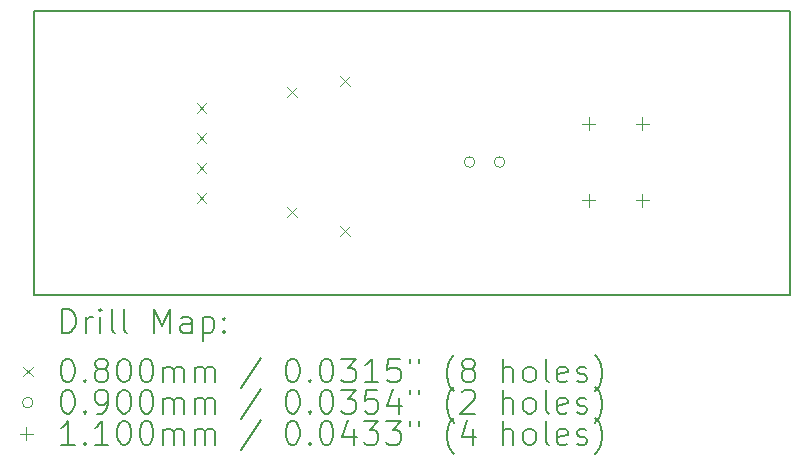
<source format=gbr>
%TF.GenerationSoftware,KiCad,Pcbnew,7.0.2*%
%TF.CreationDate,2023-06-29T18:38:01+09:00*%
%TF.ProjectId,laserpointer,6c617365-7270-46f6-996e-7465722e6b69,rev?*%
%TF.SameCoordinates,Original*%
%TF.FileFunction,Drillmap*%
%TF.FilePolarity,Positive*%
%FSLAX45Y45*%
G04 Gerber Fmt 4.5, Leading zero omitted, Abs format (unit mm)*
G04 Created by KiCad (PCBNEW 7.0.2) date 2023-06-29 18:38:01*
%MOMM*%
%LPD*%
G01*
G04 APERTURE LIST*
%ADD10C,0.150000*%
%ADD11C,0.200000*%
%ADD12C,0.080000*%
%ADD13C,0.090000*%
%ADD14C,0.110000*%
G04 APERTURE END LIST*
D10*
X9885000Y-6310000D02*
X16285000Y-6310000D01*
X16285000Y-8710000D01*
X9885000Y-8710000D01*
X9885000Y-6310000D01*
D11*
D12*
X11266000Y-7087000D02*
X11346000Y-7167000D01*
X11346000Y-7087000D02*
X11266000Y-7167000D01*
X11266000Y-7341000D02*
X11346000Y-7421000D01*
X11346000Y-7341000D02*
X11266000Y-7421000D01*
X11266000Y-7595000D02*
X11346000Y-7675000D01*
X11346000Y-7595000D02*
X11266000Y-7675000D01*
X11266000Y-7849000D02*
X11346000Y-7929000D01*
X11346000Y-7849000D02*
X11266000Y-7929000D01*
X12032000Y-6951000D02*
X12112000Y-7031000D01*
X12112000Y-6951000D02*
X12032000Y-7031000D01*
X12032000Y-7967000D02*
X12112000Y-8047000D01*
X12112000Y-7967000D02*
X12032000Y-8047000D01*
X12478000Y-6860000D02*
X12558000Y-6940000D01*
X12558000Y-6860000D02*
X12478000Y-6940000D01*
X12478000Y-8130000D02*
X12558000Y-8210000D01*
X12558000Y-8130000D02*
X12478000Y-8210000D01*
D13*
X13620000Y-7585000D02*
G75*
G03*
X13620000Y-7585000I-45000J0D01*
G01*
X13874000Y-7585000D02*
G75*
G03*
X13874000Y-7585000I-45000J0D01*
G01*
D14*
X14585000Y-7205000D02*
X14585000Y-7315000D01*
X14530000Y-7260000D02*
X14640000Y-7260000D01*
X14585000Y-7855000D02*
X14585000Y-7965000D01*
X14530000Y-7910000D02*
X14640000Y-7910000D01*
X15035000Y-7205000D02*
X15035000Y-7315000D01*
X14980000Y-7260000D02*
X15090000Y-7260000D01*
X15035000Y-7855000D02*
X15035000Y-7965000D01*
X14980000Y-7910000D02*
X15090000Y-7910000D01*
D11*
X10125119Y-9030024D02*
X10125119Y-8830024D01*
X10125119Y-8830024D02*
X10172738Y-8830024D01*
X10172738Y-8830024D02*
X10201310Y-8839548D01*
X10201310Y-8839548D02*
X10220357Y-8858595D01*
X10220357Y-8858595D02*
X10229881Y-8877643D01*
X10229881Y-8877643D02*
X10239405Y-8915738D01*
X10239405Y-8915738D02*
X10239405Y-8944310D01*
X10239405Y-8944310D02*
X10229881Y-8982405D01*
X10229881Y-8982405D02*
X10220357Y-9001452D01*
X10220357Y-9001452D02*
X10201310Y-9020500D01*
X10201310Y-9020500D02*
X10172738Y-9030024D01*
X10172738Y-9030024D02*
X10125119Y-9030024D01*
X10325119Y-9030024D02*
X10325119Y-8896690D01*
X10325119Y-8934786D02*
X10334643Y-8915738D01*
X10334643Y-8915738D02*
X10344167Y-8906214D01*
X10344167Y-8906214D02*
X10363214Y-8896690D01*
X10363214Y-8896690D02*
X10382262Y-8896690D01*
X10448929Y-9030024D02*
X10448929Y-8896690D01*
X10448929Y-8830024D02*
X10439405Y-8839548D01*
X10439405Y-8839548D02*
X10448929Y-8849071D01*
X10448929Y-8849071D02*
X10458452Y-8839548D01*
X10458452Y-8839548D02*
X10448929Y-8830024D01*
X10448929Y-8830024D02*
X10448929Y-8849071D01*
X10572738Y-9030024D02*
X10553690Y-9020500D01*
X10553690Y-9020500D02*
X10544167Y-9001452D01*
X10544167Y-9001452D02*
X10544167Y-8830024D01*
X10677500Y-9030024D02*
X10658452Y-9020500D01*
X10658452Y-9020500D02*
X10648929Y-9001452D01*
X10648929Y-9001452D02*
X10648929Y-8830024D01*
X10906071Y-9030024D02*
X10906071Y-8830024D01*
X10906071Y-8830024D02*
X10972738Y-8972881D01*
X10972738Y-8972881D02*
X11039405Y-8830024D01*
X11039405Y-8830024D02*
X11039405Y-9030024D01*
X11220357Y-9030024D02*
X11220357Y-8925262D01*
X11220357Y-8925262D02*
X11210833Y-8906214D01*
X11210833Y-8906214D02*
X11191786Y-8896690D01*
X11191786Y-8896690D02*
X11153690Y-8896690D01*
X11153690Y-8896690D02*
X11134643Y-8906214D01*
X11220357Y-9020500D02*
X11201309Y-9030024D01*
X11201309Y-9030024D02*
X11153690Y-9030024D01*
X11153690Y-9030024D02*
X11134643Y-9020500D01*
X11134643Y-9020500D02*
X11125119Y-9001452D01*
X11125119Y-9001452D02*
X11125119Y-8982405D01*
X11125119Y-8982405D02*
X11134643Y-8963357D01*
X11134643Y-8963357D02*
X11153690Y-8953833D01*
X11153690Y-8953833D02*
X11201309Y-8953833D01*
X11201309Y-8953833D02*
X11220357Y-8944310D01*
X11315595Y-8896690D02*
X11315595Y-9096690D01*
X11315595Y-8906214D02*
X11334643Y-8896690D01*
X11334643Y-8896690D02*
X11372738Y-8896690D01*
X11372738Y-8896690D02*
X11391786Y-8906214D01*
X11391786Y-8906214D02*
X11401309Y-8915738D01*
X11401309Y-8915738D02*
X11410833Y-8934786D01*
X11410833Y-8934786D02*
X11410833Y-8991929D01*
X11410833Y-8991929D02*
X11401309Y-9010976D01*
X11401309Y-9010976D02*
X11391786Y-9020500D01*
X11391786Y-9020500D02*
X11372738Y-9030024D01*
X11372738Y-9030024D02*
X11334643Y-9030024D01*
X11334643Y-9030024D02*
X11315595Y-9020500D01*
X11496548Y-9010976D02*
X11506071Y-9020500D01*
X11506071Y-9020500D02*
X11496548Y-9030024D01*
X11496548Y-9030024D02*
X11487024Y-9020500D01*
X11487024Y-9020500D02*
X11496548Y-9010976D01*
X11496548Y-9010976D02*
X11496548Y-9030024D01*
X11496548Y-8906214D02*
X11506071Y-8915738D01*
X11506071Y-8915738D02*
X11496548Y-8925262D01*
X11496548Y-8925262D02*
X11487024Y-8915738D01*
X11487024Y-8915738D02*
X11496548Y-8906214D01*
X11496548Y-8906214D02*
X11496548Y-8925262D01*
D12*
X9797500Y-9317500D02*
X9877500Y-9397500D01*
X9877500Y-9317500D02*
X9797500Y-9397500D01*
D11*
X10163214Y-9250024D02*
X10182262Y-9250024D01*
X10182262Y-9250024D02*
X10201310Y-9259548D01*
X10201310Y-9259548D02*
X10210833Y-9269071D01*
X10210833Y-9269071D02*
X10220357Y-9288119D01*
X10220357Y-9288119D02*
X10229881Y-9326214D01*
X10229881Y-9326214D02*
X10229881Y-9373833D01*
X10229881Y-9373833D02*
X10220357Y-9411929D01*
X10220357Y-9411929D02*
X10210833Y-9430976D01*
X10210833Y-9430976D02*
X10201310Y-9440500D01*
X10201310Y-9440500D02*
X10182262Y-9450024D01*
X10182262Y-9450024D02*
X10163214Y-9450024D01*
X10163214Y-9450024D02*
X10144167Y-9440500D01*
X10144167Y-9440500D02*
X10134643Y-9430976D01*
X10134643Y-9430976D02*
X10125119Y-9411929D01*
X10125119Y-9411929D02*
X10115595Y-9373833D01*
X10115595Y-9373833D02*
X10115595Y-9326214D01*
X10115595Y-9326214D02*
X10125119Y-9288119D01*
X10125119Y-9288119D02*
X10134643Y-9269071D01*
X10134643Y-9269071D02*
X10144167Y-9259548D01*
X10144167Y-9259548D02*
X10163214Y-9250024D01*
X10315595Y-9430976D02*
X10325119Y-9440500D01*
X10325119Y-9440500D02*
X10315595Y-9450024D01*
X10315595Y-9450024D02*
X10306071Y-9440500D01*
X10306071Y-9440500D02*
X10315595Y-9430976D01*
X10315595Y-9430976D02*
X10315595Y-9450024D01*
X10439405Y-9335738D02*
X10420357Y-9326214D01*
X10420357Y-9326214D02*
X10410833Y-9316690D01*
X10410833Y-9316690D02*
X10401310Y-9297643D01*
X10401310Y-9297643D02*
X10401310Y-9288119D01*
X10401310Y-9288119D02*
X10410833Y-9269071D01*
X10410833Y-9269071D02*
X10420357Y-9259548D01*
X10420357Y-9259548D02*
X10439405Y-9250024D01*
X10439405Y-9250024D02*
X10477500Y-9250024D01*
X10477500Y-9250024D02*
X10496548Y-9259548D01*
X10496548Y-9259548D02*
X10506071Y-9269071D01*
X10506071Y-9269071D02*
X10515595Y-9288119D01*
X10515595Y-9288119D02*
X10515595Y-9297643D01*
X10515595Y-9297643D02*
X10506071Y-9316690D01*
X10506071Y-9316690D02*
X10496548Y-9326214D01*
X10496548Y-9326214D02*
X10477500Y-9335738D01*
X10477500Y-9335738D02*
X10439405Y-9335738D01*
X10439405Y-9335738D02*
X10420357Y-9345262D01*
X10420357Y-9345262D02*
X10410833Y-9354786D01*
X10410833Y-9354786D02*
X10401310Y-9373833D01*
X10401310Y-9373833D02*
X10401310Y-9411929D01*
X10401310Y-9411929D02*
X10410833Y-9430976D01*
X10410833Y-9430976D02*
X10420357Y-9440500D01*
X10420357Y-9440500D02*
X10439405Y-9450024D01*
X10439405Y-9450024D02*
X10477500Y-9450024D01*
X10477500Y-9450024D02*
X10496548Y-9440500D01*
X10496548Y-9440500D02*
X10506071Y-9430976D01*
X10506071Y-9430976D02*
X10515595Y-9411929D01*
X10515595Y-9411929D02*
X10515595Y-9373833D01*
X10515595Y-9373833D02*
X10506071Y-9354786D01*
X10506071Y-9354786D02*
X10496548Y-9345262D01*
X10496548Y-9345262D02*
X10477500Y-9335738D01*
X10639405Y-9250024D02*
X10658452Y-9250024D01*
X10658452Y-9250024D02*
X10677500Y-9259548D01*
X10677500Y-9259548D02*
X10687024Y-9269071D01*
X10687024Y-9269071D02*
X10696548Y-9288119D01*
X10696548Y-9288119D02*
X10706071Y-9326214D01*
X10706071Y-9326214D02*
X10706071Y-9373833D01*
X10706071Y-9373833D02*
X10696548Y-9411929D01*
X10696548Y-9411929D02*
X10687024Y-9430976D01*
X10687024Y-9430976D02*
X10677500Y-9440500D01*
X10677500Y-9440500D02*
X10658452Y-9450024D01*
X10658452Y-9450024D02*
X10639405Y-9450024D01*
X10639405Y-9450024D02*
X10620357Y-9440500D01*
X10620357Y-9440500D02*
X10610833Y-9430976D01*
X10610833Y-9430976D02*
X10601310Y-9411929D01*
X10601310Y-9411929D02*
X10591786Y-9373833D01*
X10591786Y-9373833D02*
X10591786Y-9326214D01*
X10591786Y-9326214D02*
X10601310Y-9288119D01*
X10601310Y-9288119D02*
X10610833Y-9269071D01*
X10610833Y-9269071D02*
X10620357Y-9259548D01*
X10620357Y-9259548D02*
X10639405Y-9250024D01*
X10829881Y-9250024D02*
X10848929Y-9250024D01*
X10848929Y-9250024D02*
X10867976Y-9259548D01*
X10867976Y-9259548D02*
X10877500Y-9269071D01*
X10877500Y-9269071D02*
X10887024Y-9288119D01*
X10887024Y-9288119D02*
X10896548Y-9326214D01*
X10896548Y-9326214D02*
X10896548Y-9373833D01*
X10896548Y-9373833D02*
X10887024Y-9411929D01*
X10887024Y-9411929D02*
X10877500Y-9430976D01*
X10877500Y-9430976D02*
X10867976Y-9440500D01*
X10867976Y-9440500D02*
X10848929Y-9450024D01*
X10848929Y-9450024D02*
X10829881Y-9450024D01*
X10829881Y-9450024D02*
X10810833Y-9440500D01*
X10810833Y-9440500D02*
X10801310Y-9430976D01*
X10801310Y-9430976D02*
X10791786Y-9411929D01*
X10791786Y-9411929D02*
X10782262Y-9373833D01*
X10782262Y-9373833D02*
X10782262Y-9326214D01*
X10782262Y-9326214D02*
X10791786Y-9288119D01*
X10791786Y-9288119D02*
X10801310Y-9269071D01*
X10801310Y-9269071D02*
X10810833Y-9259548D01*
X10810833Y-9259548D02*
X10829881Y-9250024D01*
X10982262Y-9450024D02*
X10982262Y-9316690D01*
X10982262Y-9335738D02*
X10991786Y-9326214D01*
X10991786Y-9326214D02*
X11010833Y-9316690D01*
X11010833Y-9316690D02*
X11039405Y-9316690D01*
X11039405Y-9316690D02*
X11058452Y-9326214D01*
X11058452Y-9326214D02*
X11067976Y-9345262D01*
X11067976Y-9345262D02*
X11067976Y-9450024D01*
X11067976Y-9345262D02*
X11077500Y-9326214D01*
X11077500Y-9326214D02*
X11096548Y-9316690D01*
X11096548Y-9316690D02*
X11125119Y-9316690D01*
X11125119Y-9316690D02*
X11144167Y-9326214D01*
X11144167Y-9326214D02*
X11153691Y-9345262D01*
X11153691Y-9345262D02*
X11153691Y-9450024D01*
X11248929Y-9450024D02*
X11248929Y-9316690D01*
X11248929Y-9335738D02*
X11258452Y-9326214D01*
X11258452Y-9326214D02*
X11277500Y-9316690D01*
X11277500Y-9316690D02*
X11306071Y-9316690D01*
X11306071Y-9316690D02*
X11325119Y-9326214D01*
X11325119Y-9326214D02*
X11334643Y-9345262D01*
X11334643Y-9345262D02*
X11334643Y-9450024D01*
X11334643Y-9345262D02*
X11344167Y-9326214D01*
X11344167Y-9326214D02*
X11363214Y-9316690D01*
X11363214Y-9316690D02*
X11391786Y-9316690D01*
X11391786Y-9316690D02*
X11410833Y-9326214D01*
X11410833Y-9326214D02*
X11420357Y-9345262D01*
X11420357Y-9345262D02*
X11420357Y-9450024D01*
X11810833Y-9240500D02*
X11639405Y-9497643D01*
X12067976Y-9250024D02*
X12087024Y-9250024D01*
X12087024Y-9250024D02*
X12106072Y-9259548D01*
X12106072Y-9259548D02*
X12115595Y-9269071D01*
X12115595Y-9269071D02*
X12125119Y-9288119D01*
X12125119Y-9288119D02*
X12134643Y-9326214D01*
X12134643Y-9326214D02*
X12134643Y-9373833D01*
X12134643Y-9373833D02*
X12125119Y-9411929D01*
X12125119Y-9411929D02*
X12115595Y-9430976D01*
X12115595Y-9430976D02*
X12106072Y-9440500D01*
X12106072Y-9440500D02*
X12087024Y-9450024D01*
X12087024Y-9450024D02*
X12067976Y-9450024D01*
X12067976Y-9450024D02*
X12048929Y-9440500D01*
X12048929Y-9440500D02*
X12039405Y-9430976D01*
X12039405Y-9430976D02*
X12029881Y-9411929D01*
X12029881Y-9411929D02*
X12020357Y-9373833D01*
X12020357Y-9373833D02*
X12020357Y-9326214D01*
X12020357Y-9326214D02*
X12029881Y-9288119D01*
X12029881Y-9288119D02*
X12039405Y-9269071D01*
X12039405Y-9269071D02*
X12048929Y-9259548D01*
X12048929Y-9259548D02*
X12067976Y-9250024D01*
X12220357Y-9430976D02*
X12229881Y-9440500D01*
X12229881Y-9440500D02*
X12220357Y-9450024D01*
X12220357Y-9450024D02*
X12210833Y-9440500D01*
X12210833Y-9440500D02*
X12220357Y-9430976D01*
X12220357Y-9430976D02*
X12220357Y-9450024D01*
X12353691Y-9250024D02*
X12372738Y-9250024D01*
X12372738Y-9250024D02*
X12391786Y-9259548D01*
X12391786Y-9259548D02*
X12401310Y-9269071D01*
X12401310Y-9269071D02*
X12410833Y-9288119D01*
X12410833Y-9288119D02*
X12420357Y-9326214D01*
X12420357Y-9326214D02*
X12420357Y-9373833D01*
X12420357Y-9373833D02*
X12410833Y-9411929D01*
X12410833Y-9411929D02*
X12401310Y-9430976D01*
X12401310Y-9430976D02*
X12391786Y-9440500D01*
X12391786Y-9440500D02*
X12372738Y-9450024D01*
X12372738Y-9450024D02*
X12353691Y-9450024D01*
X12353691Y-9450024D02*
X12334643Y-9440500D01*
X12334643Y-9440500D02*
X12325119Y-9430976D01*
X12325119Y-9430976D02*
X12315595Y-9411929D01*
X12315595Y-9411929D02*
X12306072Y-9373833D01*
X12306072Y-9373833D02*
X12306072Y-9326214D01*
X12306072Y-9326214D02*
X12315595Y-9288119D01*
X12315595Y-9288119D02*
X12325119Y-9269071D01*
X12325119Y-9269071D02*
X12334643Y-9259548D01*
X12334643Y-9259548D02*
X12353691Y-9250024D01*
X12487024Y-9250024D02*
X12610833Y-9250024D01*
X12610833Y-9250024D02*
X12544167Y-9326214D01*
X12544167Y-9326214D02*
X12572738Y-9326214D01*
X12572738Y-9326214D02*
X12591786Y-9335738D01*
X12591786Y-9335738D02*
X12601310Y-9345262D01*
X12601310Y-9345262D02*
X12610833Y-9364310D01*
X12610833Y-9364310D02*
X12610833Y-9411929D01*
X12610833Y-9411929D02*
X12601310Y-9430976D01*
X12601310Y-9430976D02*
X12591786Y-9440500D01*
X12591786Y-9440500D02*
X12572738Y-9450024D01*
X12572738Y-9450024D02*
X12515595Y-9450024D01*
X12515595Y-9450024D02*
X12496548Y-9440500D01*
X12496548Y-9440500D02*
X12487024Y-9430976D01*
X12801310Y-9450024D02*
X12687024Y-9450024D01*
X12744167Y-9450024D02*
X12744167Y-9250024D01*
X12744167Y-9250024D02*
X12725119Y-9278595D01*
X12725119Y-9278595D02*
X12706072Y-9297643D01*
X12706072Y-9297643D02*
X12687024Y-9307167D01*
X12982262Y-9250024D02*
X12887024Y-9250024D01*
X12887024Y-9250024D02*
X12877500Y-9345262D01*
X12877500Y-9345262D02*
X12887024Y-9335738D01*
X12887024Y-9335738D02*
X12906072Y-9326214D01*
X12906072Y-9326214D02*
X12953691Y-9326214D01*
X12953691Y-9326214D02*
X12972738Y-9335738D01*
X12972738Y-9335738D02*
X12982262Y-9345262D01*
X12982262Y-9345262D02*
X12991786Y-9364310D01*
X12991786Y-9364310D02*
X12991786Y-9411929D01*
X12991786Y-9411929D02*
X12982262Y-9430976D01*
X12982262Y-9430976D02*
X12972738Y-9440500D01*
X12972738Y-9440500D02*
X12953691Y-9450024D01*
X12953691Y-9450024D02*
X12906072Y-9450024D01*
X12906072Y-9450024D02*
X12887024Y-9440500D01*
X12887024Y-9440500D02*
X12877500Y-9430976D01*
X13067976Y-9250024D02*
X13067976Y-9288119D01*
X13144167Y-9250024D02*
X13144167Y-9288119D01*
X13439405Y-9526214D02*
X13429881Y-9516690D01*
X13429881Y-9516690D02*
X13410834Y-9488119D01*
X13410834Y-9488119D02*
X13401310Y-9469071D01*
X13401310Y-9469071D02*
X13391786Y-9440500D01*
X13391786Y-9440500D02*
X13382262Y-9392881D01*
X13382262Y-9392881D02*
X13382262Y-9354786D01*
X13382262Y-9354786D02*
X13391786Y-9307167D01*
X13391786Y-9307167D02*
X13401310Y-9278595D01*
X13401310Y-9278595D02*
X13410834Y-9259548D01*
X13410834Y-9259548D02*
X13429881Y-9230976D01*
X13429881Y-9230976D02*
X13439405Y-9221452D01*
X13544167Y-9335738D02*
X13525119Y-9326214D01*
X13525119Y-9326214D02*
X13515595Y-9316690D01*
X13515595Y-9316690D02*
X13506072Y-9297643D01*
X13506072Y-9297643D02*
X13506072Y-9288119D01*
X13506072Y-9288119D02*
X13515595Y-9269071D01*
X13515595Y-9269071D02*
X13525119Y-9259548D01*
X13525119Y-9259548D02*
X13544167Y-9250024D01*
X13544167Y-9250024D02*
X13582262Y-9250024D01*
X13582262Y-9250024D02*
X13601310Y-9259548D01*
X13601310Y-9259548D02*
X13610834Y-9269071D01*
X13610834Y-9269071D02*
X13620357Y-9288119D01*
X13620357Y-9288119D02*
X13620357Y-9297643D01*
X13620357Y-9297643D02*
X13610834Y-9316690D01*
X13610834Y-9316690D02*
X13601310Y-9326214D01*
X13601310Y-9326214D02*
X13582262Y-9335738D01*
X13582262Y-9335738D02*
X13544167Y-9335738D01*
X13544167Y-9335738D02*
X13525119Y-9345262D01*
X13525119Y-9345262D02*
X13515595Y-9354786D01*
X13515595Y-9354786D02*
X13506072Y-9373833D01*
X13506072Y-9373833D02*
X13506072Y-9411929D01*
X13506072Y-9411929D02*
X13515595Y-9430976D01*
X13515595Y-9430976D02*
X13525119Y-9440500D01*
X13525119Y-9440500D02*
X13544167Y-9450024D01*
X13544167Y-9450024D02*
X13582262Y-9450024D01*
X13582262Y-9450024D02*
X13601310Y-9440500D01*
X13601310Y-9440500D02*
X13610834Y-9430976D01*
X13610834Y-9430976D02*
X13620357Y-9411929D01*
X13620357Y-9411929D02*
X13620357Y-9373833D01*
X13620357Y-9373833D02*
X13610834Y-9354786D01*
X13610834Y-9354786D02*
X13601310Y-9345262D01*
X13601310Y-9345262D02*
X13582262Y-9335738D01*
X13858453Y-9450024D02*
X13858453Y-9250024D01*
X13944167Y-9450024D02*
X13944167Y-9345262D01*
X13944167Y-9345262D02*
X13934643Y-9326214D01*
X13934643Y-9326214D02*
X13915596Y-9316690D01*
X13915596Y-9316690D02*
X13887024Y-9316690D01*
X13887024Y-9316690D02*
X13867976Y-9326214D01*
X13867976Y-9326214D02*
X13858453Y-9335738D01*
X14067976Y-9450024D02*
X14048929Y-9440500D01*
X14048929Y-9440500D02*
X14039405Y-9430976D01*
X14039405Y-9430976D02*
X14029881Y-9411929D01*
X14029881Y-9411929D02*
X14029881Y-9354786D01*
X14029881Y-9354786D02*
X14039405Y-9335738D01*
X14039405Y-9335738D02*
X14048929Y-9326214D01*
X14048929Y-9326214D02*
X14067976Y-9316690D01*
X14067976Y-9316690D02*
X14096548Y-9316690D01*
X14096548Y-9316690D02*
X14115596Y-9326214D01*
X14115596Y-9326214D02*
X14125119Y-9335738D01*
X14125119Y-9335738D02*
X14134643Y-9354786D01*
X14134643Y-9354786D02*
X14134643Y-9411929D01*
X14134643Y-9411929D02*
X14125119Y-9430976D01*
X14125119Y-9430976D02*
X14115596Y-9440500D01*
X14115596Y-9440500D02*
X14096548Y-9450024D01*
X14096548Y-9450024D02*
X14067976Y-9450024D01*
X14248929Y-9450024D02*
X14229881Y-9440500D01*
X14229881Y-9440500D02*
X14220357Y-9421452D01*
X14220357Y-9421452D02*
X14220357Y-9250024D01*
X14401310Y-9440500D02*
X14382262Y-9450024D01*
X14382262Y-9450024D02*
X14344167Y-9450024D01*
X14344167Y-9450024D02*
X14325119Y-9440500D01*
X14325119Y-9440500D02*
X14315596Y-9421452D01*
X14315596Y-9421452D02*
X14315596Y-9345262D01*
X14315596Y-9345262D02*
X14325119Y-9326214D01*
X14325119Y-9326214D02*
X14344167Y-9316690D01*
X14344167Y-9316690D02*
X14382262Y-9316690D01*
X14382262Y-9316690D02*
X14401310Y-9326214D01*
X14401310Y-9326214D02*
X14410834Y-9345262D01*
X14410834Y-9345262D02*
X14410834Y-9364310D01*
X14410834Y-9364310D02*
X14315596Y-9383357D01*
X14487024Y-9440500D02*
X14506072Y-9450024D01*
X14506072Y-9450024D02*
X14544167Y-9450024D01*
X14544167Y-9450024D02*
X14563215Y-9440500D01*
X14563215Y-9440500D02*
X14572738Y-9421452D01*
X14572738Y-9421452D02*
X14572738Y-9411929D01*
X14572738Y-9411929D02*
X14563215Y-9392881D01*
X14563215Y-9392881D02*
X14544167Y-9383357D01*
X14544167Y-9383357D02*
X14515596Y-9383357D01*
X14515596Y-9383357D02*
X14496548Y-9373833D01*
X14496548Y-9373833D02*
X14487024Y-9354786D01*
X14487024Y-9354786D02*
X14487024Y-9345262D01*
X14487024Y-9345262D02*
X14496548Y-9326214D01*
X14496548Y-9326214D02*
X14515596Y-9316690D01*
X14515596Y-9316690D02*
X14544167Y-9316690D01*
X14544167Y-9316690D02*
X14563215Y-9326214D01*
X14639405Y-9526214D02*
X14648929Y-9516690D01*
X14648929Y-9516690D02*
X14667977Y-9488119D01*
X14667977Y-9488119D02*
X14677500Y-9469071D01*
X14677500Y-9469071D02*
X14687024Y-9440500D01*
X14687024Y-9440500D02*
X14696548Y-9392881D01*
X14696548Y-9392881D02*
X14696548Y-9354786D01*
X14696548Y-9354786D02*
X14687024Y-9307167D01*
X14687024Y-9307167D02*
X14677500Y-9278595D01*
X14677500Y-9278595D02*
X14667977Y-9259548D01*
X14667977Y-9259548D02*
X14648929Y-9230976D01*
X14648929Y-9230976D02*
X14639405Y-9221452D01*
D13*
X9877500Y-9621500D02*
G75*
G03*
X9877500Y-9621500I-45000J0D01*
G01*
D11*
X10163214Y-9514024D02*
X10182262Y-9514024D01*
X10182262Y-9514024D02*
X10201310Y-9523548D01*
X10201310Y-9523548D02*
X10210833Y-9533071D01*
X10210833Y-9533071D02*
X10220357Y-9552119D01*
X10220357Y-9552119D02*
X10229881Y-9590214D01*
X10229881Y-9590214D02*
X10229881Y-9637833D01*
X10229881Y-9637833D02*
X10220357Y-9675929D01*
X10220357Y-9675929D02*
X10210833Y-9694976D01*
X10210833Y-9694976D02*
X10201310Y-9704500D01*
X10201310Y-9704500D02*
X10182262Y-9714024D01*
X10182262Y-9714024D02*
X10163214Y-9714024D01*
X10163214Y-9714024D02*
X10144167Y-9704500D01*
X10144167Y-9704500D02*
X10134643Y-9694976D01*
X10134643Y-9694976D02*
X10125119Y-9675929D01*
X10125119Y-9675929D02*
X10115595Y-9637833D01*
X10115595Y-9637833D02*
X10115595Y-9590214D01*
X10115595Y-9590214D02*
X10125119Y-9552119D01*
X10125119Y-9552119D02*
X10134643Y-9533071D01*
X10134643Y-9533071D02*
X10144167Y-9523548D01*
X10144167Y-9523548D02*
X10163214Y-9514024D01*
X10315595Y-9694976D02*
X10325119Y-9704500D01*
X10325119Y-9704500D02*
X10315595Y-9714024D01*
X10315595Y-9714024D02*
X10306071Y-9704500D01*
X10306071Y-9704500D02*
X10315595Y-9694976D01*
X10315595Y-9694976D02*
X10315595Y-9714024D01*
X10420357Y-9714024D02*
X10458452Y-9714024D01*
X10458452Y-9714024D02*
X10477500Y-9704500D01*
X10477500Y-9704500D02*
X10487024Y-9694976D01*
X10487024Y-9694976D02*
X10506071Y-9666405D01*
X10506071Y-9666405D02*
X10515595Y-9628310D01*
X10515595Y-9628310D02*
X10515595Y-9552119D01*
X10515595Y-9552119D02*
X10506071Y-9533071D01*
X10506071Y-9533071D02*
X10496548Y-9523548D01*
X10496548Y-9523548D02*
X10477500Y-9514024D01*
X10477500Y-9514024D02*
X10439405Y-9514024D01*
X10439405Y-9514024D02*
X10420357Y-9523548D01*
X10420357Y-9523548D02*
X10410833Y-9533071D01*
X10410833Y-9533071D02*
X10401310Y-9552119D01*
X10401310Y-9552119D02*
X10401310Y-9599738D01*
X10401310Y-9599738D02*
X10410833Y-9618786D01*
X10410833Y-9618786D02*
X10420357Y-9628310D01*
X10420357Y-9628310D02*
X10439405Y-9637833D01*
X10439405Y-9637833D02*
X10477500Y-9637833D01*
X10477500Y-9637833D02*
X10496548Y-9628310D01*
X10496548Y-9628310D02*
X10506071Y-9618786D01*
X10506071Y-9618786D02*
X10515595Y-9599738D01*
X10639405Y-9514024D02*
X10658452Y-9514024D01*
X10658452Y-9514024D02*
X10677500Y-9523548D01*
X10677500Y-9523548D02*
X10687024Y-9533071D01*
X10687024Y-9533071D02*
X10696548Y-9552119D01*
X10696548Y-9552119D02*
X10706071Y-9590214D01*
X10706071Y-9590214D02*
X10706071Y-9637833D01*
X10706071Y-9637833D02*
X10696548Y-9675929D01*
X10696548Y-9675929D02*
X10687024Y-9694976D01*
X10687024Y-9694976D02*
X10677500Y-9704500D01*
X10677500Y-9704500D02*
X10658452Y-9714024D01*
X10658452Y-9714024D02*
X10639405Y-9714024D01*
X10639405Y-9714024D02*
X10620357Y-9704500D01*
X10620357Y-9704500D02*
X10610833Y-9694976D01*
X10610833Y-9694976D02*
X10601310Y-9675929D01*
X10601310Y-9675929D02*
X10591786Y-9637833D01*
X10591786Y-9637833D02*
X10591786Y-9590214D01*
X10591786Y-9590214D02*
X10601310Y-9552119D01*
X10601310Y-9552119D02*
X10610833Y-9533071D01*
X10610833Y-9533071D02*
X10620357Y-9523548D01*
X10620357Y-9523548D02*
X10639405Y-9514024D01*
X10829881Y-9514024D02*
X10848929Y-9514024D01*
X10848929Y-9514024D02*
X10867976Y-9523548D01*
X10867976Y-9523548D02*
X10877500Y-9533071D01*
X10877500Y-9533071D02*
X10887024Y-9552119D01*
X10887024Y-9552119D02*
X10896548Y-9590214D01*
X10896548Y-9590214D02*
X10896548Y-9637833D01*
X10896548Y-9637833D02*
X10887024Y-9675929D01*
X10887024Y-9675929D02*
X10877500Y-9694976D01*
X10877500Y-9694976D02*
X10867976Y-9704500D01*
X10867976Y-9704500D02*
X10848929Y-9714024D01*
X10848929Y-9714024D02*
X10829881Y-9714024D01*
X10829881Y-9714024D02*
X10810833Y-9704500D01*
X10810833Y-9704500D02*
X10801310Y-9694976D01*
X10801310Y-9694976D02*
X10791786Y-9675929D01*
X10791786Y-9675929D02*
X10782262Y-9637833D01*
X10782262Y-9637833D02*
X10782262Y-9590214D01*
X10782262Y-9590214D02*
X10791786Y-9552119D01*
X10791786Y-9552119D02*
X10801310Y-9533071D01*
X10801310Y-9533071D02*
X10810833Y-9523548D01*
X10810833Y-9523548D02*
X10829881Y-9514024D01*
X10982262Y-9714024D02*
X10982262Y-9580690D01*
X10982262Y-9599738D02*
X10991786Y-9590214D01*
X10991786Y-9590214D02*
X11010833Y-9580690D01*
X11010833Y-9580690D02*
X11039405Y-9580690D01*
X11039405Y-9580690D02*
X11058452Y-9590214D01*
X11058452Y-9590214D02*
X11067976Y-9609262D01*
X11067976Y-9609262D02*
X11067976Y-9714024D01*
X11067976Y-9609262D02*
X11077500Y-9590214D01*
X11077500Y-9590214D02*
X11096548Y-9580690D01*
X11096548Y-9580690D02*
X11125119Y-9580690D01*
X11125119Y-9580690D02*
X11144167Y-9590214D01*
X11144167Y-9590214D02*
X11153691Y-9609262D01*
X11153691Y-9609262D02*
X11153691Y-9714024D01*
X11248929Y-9714024D02*
X11248929Y-9580690D01*
X11248929Y-9599738D02*
X11258452Y-9590214D01*
X11258452Y-9590214D02*
X11277500Y-9580690D01*
X11277500Y-9580690D02*
X11306071Y-9580690D01*
X11306071Y-9580690D02*
X11325119Y-9590214D01*
X11325119Y-9590214D02*
X11334643Y-9609262D01*
X11334643Y-9609262D02*
X11334643Y-9714024D01*
X11334643Y-9609262D02*
X11344167Y-9590214D01*
X11344167Y-9590214D02*
X11363214Y-9580690D01*
X11363214Y-9580690D02*
X11391786Y-9580690D01*
X11391786Y-9580690D02*
X11410833Y-9590214D01*
X11410833Y-9590214D02*
X11420357Y-9609262D01*
X11420357Y-9609262D02*
X11420357Y-9714024D01*
X11810833Y-9504500D02*
X11639405Y-9761643D01*
X12067976Y-9514024D02*
X12087024Y-9514024D01*
X12087024Y-9514024D02*
X12106072Y-9523548D01*
X12106072Y-9523548D02*
X12115595Y-9533071D01*
X12115595Y-9533071D02*
X12125119Y-9552119D01*
X12125119Y-9552119D02*
X12134643Y-9590214D01*
X12134643Y-9590214D02*
X12134643Y-9637833D01*
X12134643Y-9637833D02*
X12125119Y-9675929D01*
X12125119Y-9675929D02*
X12115595Y-9694976D01*
X12115595Y-9694976D02*
X12106072Y-9704500D01*
X12106072Y-9704500D02*
X12087024Y-9714024D01*
X12087024Y-9714024D02*
X12067976Y-9714024D01*
X12067976Y-9714024D02*
X12048929Y-9704500D01*
X12048929Y-9704500D02*
X12039405Y-9694976D01*
X12039405Y-9694976D02*
X12029881Y-9675929D01*
X12029881Y-9675929D02*
X12020357Y-9637833D01*
X12020357Y-9637833D02*
X12020357Y-9590214D01*
X12020357Y-9590214D02*
X12029881Y-9552119D01*
X12029881Y-9552119D02*
X12039405Y-9533071D01*
X12039405Y-9533071D02*
X12048929Y-9523548D01*
X12048929Y-9523548D02*
X12067976Y-9514024D01*
X12220357Y-9694976D02*
X12229881Y-9704500D01*
X12229881Y-9704500D02*
X12220357Y-9714024D01*
X12220357Y-9714024D02*
X12210833Y-9704500D01*
X12210833Y-9704500D02*
X12220357Y-9694976D01*
X12220357Y-9694976D02*
X12220357Y-9714024D01*
X12353691Y-9514024D02*
X12372738Y-9514024D01*
X12372738Y-9514024D02*
X12391786Y-9523548D01*
X12391786Y-9523548D02*
X12401310Y-9533071D01*
X12401310Y-9533071D02*
X12410833Y-9552119D01*
X12410833Y-9552119D02*
X12420357Y-9590214D01*
X12420357Y-9590214D02*
X12420357Y-9637833D01*
X12420357Y-9637833D02*
X12410833Y-9675929D01*
X12410833Y-9675929D02*
X12401310Y-9694976D01*
X12401310Y-9694976D02*
X12391786Y-9704500D01*
X12391786Y-9704500D02*
X12372738Y-9714024D01*
X12372738Y-9714024D02*
X12353691Y-9714024D01*
X12353691Y-9714024D02*
X12334643Y-9704500D01*
X12334643Y-9704500D02*
X12325119Y-9694976D01*
X12325119Y-9694976D02*
X12315595Y-9675929D01*
X12315595Y-9675929D02*
X12306072Y-9637833D01*
X12306072Y-9637833D02*
X12306072Y-9590214D01*
X12306072Y-9590214D02*
X12315595Y-9552119D01*
X12315595Y-9552119D02*
X12325119Y-9533071D01*
X12325119Y-9533071D02*
X12334643Y-9523548D01*
X12334643Y-9523548D02*
X12353691Y-9514024D01*
X12487024Y-9514024D02*
X12610833Y-9514024D01*
X12610833Y-9514024D02*
X12544167Y-9590214D01*
X12544167Y-9590214D02*
X12572738Y-9590214D01*
X12572738Y-9590214D02*
X12591786Y-9599738D01*
X12591786Y-9599738D02*
X12601310Y-9609262D01*
X12601310Y-9609262D02*
X12610833Y-9628310D01*
X12610833Y-9628310D02*
X12610833Y-9675929D01*
X12610833Y-9675929D02*
X12601310Y-9694976D01*
X12601310Y-9694976D02*
X12591786Y-9704500D01*
X12591786Y-9704500D02*
X12572738Y-9714024D01*
X12572738Y-9714024D02*
X12515595Y-9714024D01*
X12515595Y-9714024D02*
X12496548Y-9704500D01*
X12496548Y-9704500D02*
X12487024Y-9694976D01*
X12791786Y-9514024D02*
X12696548Y-9514024D01*
X12696548Y-9514024D02*
X12687024Y-9609262D01*
X12687024Y-9609262D02*
X12696548Y-9599738D01*
X12696548Y-9599738D02*
X12715595Y-9590214D01*
X12715595Y-9590214D02*
X12763214Y-9590214D01*
X12763214Y-9590214D02*
X12782262Y-9599738D01*
X12782262Y-9599738D02*
X12791786Y-9609262D01*
X12791786Y-9609262D02*
X12801310Y-9628310D01*
X12801310Y-9628310D02*
X12801310Y-9675929D01*
X12801310Y-9675929D02*
X12791786Y-9694976D01*
X12791786Y-9694976D02*
X12782262Y-9704500D01*
X12782262Y-9704500D02*
X12763214Y-9714024D01*
X12763214Y-9714024D02*
X12715595Y-9714024D01*
X12715595Y-9714024D02*
X12696548Y-9704500D01*
X12696548Y-9704500D02*
X12687024Y-9694976D01*
X12972738Y-9580690D02*
X12972738Y-9714024D01*
X12925119Y-9504500D02*
X12877500Y-9647357D01*
X12877500Y-9647357D02*
X13001310Y-9647357D01*
X13067976Y-9514024D02*
X13067976Y-9552119D01*
X13144167Y-9514024D02*
X13144167Y-9552119D01*
X13439405Y-9790214D02*
X13429881Y-9780690D01*
X13429881Y-9780690D02*
X13410834Y-9752119D01*
X13410834Y-9752119D02*
X13401310Y-9733071D01*
X13401310Y-9733071D02*
X13391786Y-9704500D01*
X13391786Y-9704500D02*
X13382262Y-9656881D01*
X13382262Y-9656881D02*
X13382262Y-9618786D01*
X13382262Y-9618786D02*
X13391786Y-9571167D01*
X13391786Y-9571167D02*
X13401310Y-9542595D01*
X13401310Y-9542595D02*
X13410834Y-9523548D01*
X13410834Y-9523548D02*
X13429881Y-9494976D01*
X13429881Y-9494976D02*
X13439405Y-9485452D01*
X13506072Y-9533071D02*
X13515595Y-9523548D01*
X13515595Y-9523548D02*
X13534643Y-9514024D01*
X13534643Y-9514024D02*
X13582262Y-9514024D01*
X13582262Y-9514024D02*
X13601310Y-9523548D01*
X13601310Y-9523548D02*
X13610834Y-9533071D01*
X13610834Y-9533071D02*
X13620357Y-9552119D01*
X13620357Y-9552119D02*
X13620357Y-9571167D01*
X13620357Y-9571167D02*
X13610834Y-9599738D01*
X13610834Y-9599738D02*
X13496548Y-9714024D01*
X13496548Y-9714024D02*
X13620357Y-9714024D01*
X13858453Y-9714024D02*
X13858453Y-9514024D01*
X13944167Y-9714024D02*
X13944167Y-9609262D01*
X13944167Y-9609262D02*
X13934643Y-9590214D01*
X13934643Y-9590214D02*
X13915596Y-9580690D01*
X13915596Y-9580690D02*
X13887024Y-9580690D01*
X13887024Y-9580690D02*
X13867976Y-9590214D01*
X13867976Y-9590214D02*
X13858453Y-9599738D01*
X14067976Y-9714024D02*
X14048929Y-9704500D01*
X14048929Y-9704500D02*
X14039405Y-9694976D01*
X14039405Y-9694976D02*
X14029881Y-9675929D01*
X14029881Y-9675929D02*
X14029881Y-9618786D01*
X14029881Y-9618786D02*
X14039405Y-9599738D01*
X14039405Y-9599738D02*
X14048929Y-9590214D01*
X14048929Y-9590214D02*
X14067976Y-9580690D01*
X14067976Y-9580690D02*
X14096548Y-9580690D01*
X14096548Y-9580690D02*
X14115596Y-9590214D01*
X14115596Y-9590214D02*
X14125119Y-9599738D01*
X14125119Y-9599738D02*
X14134643Y-9618786D01*
X14134643Y-9618786D02*
X14134643Y-9675929D01*
X14134643Y-9675929D02*
X14125119Y-9694976D01*
X14125119Y-9694976D02*
X14115596Y-9704500D01*
X14115596Y-9704500D02*
X14096548Y-9714024D01*
X14096548Y-9714024D02*
X14067976Y-9714024D01*
X14248929Y-9714024D02*
X14229881Y-9704500D01*
X14229881Y-9704500D02*
X14220357Y-9685452D01*
X14220357Y-9685452D02*
X14220357Y-9514024D01*
X14401310Y-9704500D02*
X14382262Y-9714024D01*
X14382262Y-9714024D02*
X14344167Y-9714024D01*
X14344167Y-9714024D02*
X14325119Y-9704500D01*
X14325119Y-9704500D02*
X14315596Y-9685452D01*
X14315596Y-9685452D02*
X14315596Y-9609262D01*
X14315596Y-9609262D02*
X14325119Y-9590214D01*
X14325119Y-9590214D02*
X14344167Y-9580690D01*
X14344167Y-9580690D02*
X14382262Y-9580690D01*
X14382262Y-9580690D02*
X14401310Y-9590214D01*
X14401310Y-9590214D02*
X14410834Y-9609262D01*
X14410834Y-9609262D02*
X14410834Y-9628310D01*
X14410834Y-9628310D02*
X14315596Y-9647357D01*
X14487024Y-9704500D02*
X14506072Y-9714024D01*
X14506072Y-9714024D02*
X14544167Y-9714024D01*
X14544167Y-9714024D02*
X14563215Y-9704500D01*
X14563215Y-9704500D02*
X14572738Y-9685452D01*
X14572738Y-9685452D02*
X14572738Y-9675929D01*
X14572738Y-9675929D02*
X14563215Y-9656881D01*
X14563215Y-9656881D02*
X14544167Y-9647357D01*
X14544167Y-9647357D02*
X14515596Y-9647357D01*
X14515596Y-9647357D02*
X14496548Y-9637833D01*
X14496548Y-9637833D02*
X14487024Y-9618786D01*
X14487024Y-9618786D02*
X14487024Y-9609262D01*
X14487024Y-9609262D02*
X14496548Y-9590214D01*
X14496548Y-9590214D02*
X14515596Y-9580690D01*
X14515596Y-9580690D02*
X14544167Y-9580690D01*
X14544167Y-9580690D02*
X14563215Y-9590214D01*
X14639405Y-9790214D02*
X14648929Y-9780690D01*
X14648929Y-9780690D02*
X14667977Y-9752119D01*
X14667977Y-9752119D02*
X14677500Y-9733071D01*
X14677500Y-9733071D02*
X14687024Y-9704500D01*
X14687024Y-9704500D02*
X14696548Y-9656881D01*
X14696548Y-9656881D02*
X14696548Y-9618786D01*
X14696548Y-9618786D02*
X14687024Y-9571167D01*
X14687024Y-9571167D02*
X14677500Y-9542595D01*
X14677500Y-9542595D02*
X14667977Y-9523548D01*
X14667977Y-9523548D02*
X14648929Y-9494976D01*
X14648929Y-9494976D02*
X14639405Y-9485452D01*
D14*
X9822500Y-9830500D02*
X9822500Y-9940500D01*
X9767500Y-9885500D02*
X9877500Y-9885500D01*
D11*
X10229881Y-9978024D02*
X10115595Y-9978024D01*
X10172738Y-9978024D02*
X10172738Y-9778024D01*
X10172738Y-9778024D02*
X10153690Y-9806595D01*
X10153690Y-9806595D02*
X10134643Y-9825643D01*
X10134643Y-9825643D02*
X10115595Y-9835167D01*
X10315595Y-9958976D02*
X10325119Y-9968500D01*
X10325119Y-9968500D02*
X10315595Y-9978024D01*
X10315595Y-9978024D02*
X10306071Y-9968500D01*
X10306071Y-9968500D02*
X10315595Y-9958976D01*
X10315595Y-9958976D02*
X10315595Y-9978024D01*
X10515595Y-9978024D02*
X10401310Y-9978024D01*
X10458452Y-9978024D02*
X10458452Y-9778024D01*
X10458452Y-9778024D02*
X10439405Y-9806595D01*
X10439405Y-9806595D02*
X10420357Y-9825643D01*
X10420357Y-9825643D02*
X10401310Y-9835167D01*
X10639405Y-9778024D02*
X10658452Y-9778024D01*
X10658452Y-9778024D02*
X10677500Y-9787548D01*
X10677500Y-9787548D02*
X10687024Y-9797071D01*
X10687024Y-9797071D02*
X10696548Y-9816119D01*
X10696548Y-9816119D02*
X10706071Y-9854214D01*
X10706071Y-9854214D02*
X10706071Y-9901833D01*
X10706071Y-9901833D02*
X10696548Y-9939929D01*
X10696548Y-9939929D02*
X10687024Y-9958976D01*
X10687024Y-9958976D02*
X10677500Y-9968500D01*
X10677500Y-9968500D02*
X10658452Y-9978024D01*
X10658452Y-9978024D02*
X10639405Y-9978024D01*
X10639405Y-9978024D02*
X10620357Y-9968500D01*
X10620357Y-9968500D02*
X10610833Y-9958976D01*
X10610833Y-9958976D02*
X10601310Y-9939929D01*
X10601310Y-9939929D02*
X10591786Y-9901833D01*
X10591786Y-9901833D02*
X10591786Y-9854214D01*
X10591786Y-9854214D02*
X10601310Y-9816119D01*
X10601310Y-9816119D02*
X10610833Y-9797071D01*
X10610833Y-9797071D02*
X10620357Y-9787548D01*
X10620357Y-9787548D02*
X10639405Y-9778024D01*
X10829881Y-9778024D02*
X10848929Y-9778024D01*
X10848929Y-9778024D02*
X10867976Y-9787548D01*
X10867976Y-9787548D02*
X10877500Y-9797071D01*
X10877500Y-9797071D02*
X10887024Y-9816119D01*
X10887024Y-9816119D02*
X10896548Y-9854214D01*
X10896548Y-9854214D02*
X10896548Y-9901833D01*
X10896548Y-9901833D02*
X10887024Y-9939929D01*
X10887024Y-9939929D02*
X10877500Y-9958976D01*
X10877500Y-9958976D02*
X10867976Y-9968500D01*
X10867976Y-9968500D02*
X10848929Y-9978024D01*
X10848929Y-9978024D02*
X10829881Y-9978024D01*
X10829881Y-9978024D02*
X10810833Y-9968500D01*
X10810833Y-9968500D02*
X10801310Y-9958976D01*
X10801310Y-9958976D02*
X10791786Y-9939929D01*
X10791786Y-9939929D02*
X10782262Y-9901833D01*
X10782262Y-9901833D02*
X10782262Y-9854214D01*
X10782262Y-9854214D02*
X10791786Y-9816119D01*
X10791786Y-9816119D02*
X10801310Y-9797071D01*
X10801310Y-9797071D02*
X10810833Y-9787548D01*
X10810833Y-9787548D02*
X10829881Y-9778024D01*
X10982262Y-9978024D02*
X10982262Y-9844690D01*
X10982262Y-9863738D02*
X10991786Y-9854214D01*
X10991786Y-9854214D02*
X11010833Y-9844690D01*
X11010833Y-9844690D02*
X11039405Y-9844690D01*
X11039405Y-9844690D02*
X11058452Y-9854214D01*
X11058452Y-9854214D02*
X11067976Y-9873262D01*
X11067976Y-9873262D02*
X11067976Y-9978024D01*
X11067976Y-9873262D02*
X11077500Y-9854214D01*
X11077500Y-9854214D02*
X11096548Y-9844690D01*
X11096548Y-9844690D02*
X11125119Y-9844690D01*
X11125119Y-9844690D02*
X11144167Y-9854214D01*
X11144167Y-9854214D02*
X11153691Y-9873262D01*
X11153691Y-9873262D02*
X11153691Y-9978024D01*
X11248929Y-9978024D02*
X11248929Y-9844690D01*
X11248929Y-9863738D02*
X11258452Y-9854214D01*
X11258452Y-9854214D02*
X11277500Y-9844690D01*
X11277500Y-9844690D02*
X11306071Y-9844690D01*
X11306071Y-9844690D02*
X11325119Y-9854214D01*
X11325119Y-9854214D02*
X11334643Y-9873262D01*
X11334643Y-9873262D02*
X11334643Y-9978024D01*
X11334643Y-9873262D02*
X11344167Y-9854214D01*
X11344167Y-9854214D02*
X11363214Y-9844690D01*
X11363214Y-9844690D02*
X11391786Y-9844690D01*
X11391786Y-9844690D02*
X11410833Y-9854214D01*
X11410833Y-9854214D02*
X11420357Y-9873262D01*
X11420357Y-9873262D02*
X11420357Y-9978024D01*
X11810833Y-9768500D02*
X11639405Y-10025643D01*
X12067976Y-9778024D02*
X12087024Y-9778024D01*
X12087024Y-9778024D02*
X12106072Y-9787548D01*
X12106072Y-9787548D02*
X12115595Y-9797071D01*
X12115595Y-9797071D02*
X12125119Y-9816119D01*
X12125119Y-9816119D02*
X12134643Y-9854214D01*
X12134643Y-9854214D02*
X12134643Y-9901833D01*
X12134643Y-9901833D02*
X12125119Y-9939929D01*
X12125119Y-9939929D02*
X12115595Y-9958976D01*
X12115595Y-9958976D02*
X12106072Y-9968500D01*
X12106072Y-9968500D02*
X12087024Y-9978024D01*
X12087024Y-9978024D02*
X12067976Y-9978024D01*
X12067976Y-9978024D02*
X12048929Y-9968500D01*
X12048929Y-9968500D02*
X12039405Y-9958976D01*
X12039405Y-9958976D02*
X12029881Y-9939929D01*
X12029881Y-9939929D02*
X12020357Y-9901833D01*
X12020357Y-9901833D02*
X12020357Y-9854214D01*
X12020357Y-9854214D02*
X12029881Y-9816119D01*
X12029881Y-9816119D02*
X12039405Y-9797071D01*
X12039405Y-9797071D02*
X12048929Y-9787548D01*
X12048929Y-9787548D02*
X12067976Y-9778024D01*
X12220357Y-9958976D02*
X12229881Y-9968500D01*
X12229881Y-9968500D02*
X12220357Y-9978024D01*
X12220357Y-9978024D02*
X12210833Y-9968500D01*
X12210833Y-9968500D02*
X12220357Y-9958976D01*
X12220357Y-9958976D02*
X12220357Y-9978024D01*
X12353691Y-9778024D02*
X12372738Y-9778024D01*
X12372738Y-9778024D02*
X12391786Y-9787548D01*
X12391786Y-9787548D02*
X12401310Y-9797071D01*
X12401310Y-9797071D02*
X12410833Y-9816119D01*
X12410833Y-9816119D02*
X12420357Y-9854214D01*
X12420357Y-9854214D02*
X12420357Y-9901833D01*
X12420357Y-9901833D02*
X12410833Y-9939929D01*
X12410833Y-9939929D02*
X12401310Y-9958976D01*
X12401310Y-9958976D02*
X12391786Y-9968500D01*
X12391786Y-9968500D02*
X12372738Y-9978024D01*
X12372738Y-9978024D02*
X12353691Y-9978024D01*
X12353691Y-9978024D02*
X12334643Y-9968500D01*
X12334643Y-9968500D02*
X12325119Y-9958976D01*
X12325119Y-9958976D02*
X12315595Y-9939929D01*
X12315595Y-9939929D02*
X12306072Y-9901833D01*
X12306072Y-9901833D02*
X12306072Y-9854214D01*
X12306072Y-9854214D02*
X12315595Y-9816119D01*
X12315595Y-9816119D02*
X12325119Y-9797071D01*
X12325119Y-9797071D02*
X12334643Y-9787548D01*
X12334643Y-9787548D02*
X12353691Y-9778024D01*
X12591786Y-9844690D02*
X12591786Y-9978024D01*
X12544167Y-9768500D02*
X12496548Y-9911357D01*
X12496548Y-9911357D02*
X12620357Y-9911357D01*
X12677500Y-9778024D02*
X12801310Y-9778024D01*
X12801310Y-9778024D02*
X12734643Y-9854214D01*
X12734643Y-9854214D02*
X12763214Y-9854214D01*
X12763214Y-9854214D02*
X12782262Y-9863738D01*
X12782262Y-9863738D02*
X12791786Y-9873262D01*
X12791786Y-9873262D02*
X12801310Y-9892310D01*
X12801310Y-9892310D02*
X12801310Y-9939929D01*
X12801310Y-9939929D02*
X12791786Y-9958976D01*
X12791786Y-9958976D02*
X12782262Y-9968500D01*
X12782262Y-9968500D02*
X12763214Y-9978024D01*
X12763214Y-9978024D02*
X12706072Y-9978024D01*
X12706072Y-9978024D02*
X12687024Y-9968500D01*
X12687024Y-9968500D02*
X12677500Y-9958976D01*
X12867976Y-9778024D02*
X12991786Y-9778024D01*
X12991786Y-9778024D02*
X12925119Y-9854214D01*
X12925119Y-9854214D02*
X12953691Y-9854214D01*
X12953691Y-9854214D02*
X12972738Y-9863738D01*
X12972738Y-9863738D02*
X12982262Y-9873262D01*
X12982262Y-9873262D02*
X12991786Y-9892310D01*
X12991786Y-9892310D02*
X12991786Y-9939929D01*
X12991786Y-9939929D02*
X12982262Y-9958976D01*
X12982262Y-9958976D02*
X12972738Y-9968500D01*
X12972738Y-9968500D02*
X12953691Y-9978024D01*
X12953691Y-9978024D02*
X12896548Y-9978024D01*
X12896548Y-9978024D02*
X12877500Y-9968500D01*
X12877500Y-9968500D02*
X12867976Y-9958976D01*
X13067976Y-9778024D02*
X13067976Y-9816119D01*
X13144167Y-9778024D02*
X13144167Y-9816119D01*
X13439405Y-10054214D02*
X13429881Y-10044690D01*
X13429881Y-10044690D02*
X13410834Y-10016119D01*
X13410834Y-10016119D02*
X13401310Y-9997071D01*
X13401310Y-9997071D02*
X13391786Y-9968500D01*
X13391786Y-9968500D02*
X13382262Y-9920881D01*
X13382262Y-9920881D02*
X13382262Y-9882786D01*
X13382262Y-9882786D02*
X13391786Y-9835167D01*
X13391786Y-9835167D02*
X13401310Y-9806595D01*
X13401310Y-9806595D02*
X13410834Y-9787548D01*
X13410834Y-9787548D02*
X13429881Y-9758976D01*
X13429881Y-9758976D02*
X13439405Y-9749452D01*
X13601310Y-9844690D02*
X13601310Y-9978024D01*
X13553691Y-9768500D02*
X13506072Y-9911357D01*
X13506072Y-9911357D02*
X13629881Y-9911357D01*
X13858453Y-9978024D02*
X13858453Y-9778024D01*
X13944167Y-9978024D02*
X13944167Y-9873262D01*
X13944167Y-9873262D02*
X13934643Y-9854214D01*
X13934643Y-9854214D02*
X13915596Y-9844690D01*
X13915596Y-9844690D02*
X13887024Y-9844690D01*
X13887024Y-9844690D02*
X13867976Y-9854214D01*
X13867976Y-9854214D02*
X13858453Y-9863738D01*
X14067976Y-9978024D02*
X14048929Y-9968500D01*
X14048929Y-9968500D02*
X14039405Y-9958976D01*
X14039405Y-9958976D02*
X14029881Y-9939929D01*
X14029881Y-9939929D02*
X14029881Y-9882786D01*
X14029881Y-9882786D02*
X14039405Y-9863738D01*
X14039405Y-9863738D02*
X14048929Y-9854214D01*
X14048929Y-9854214D02*
X14067976Y-9844690D01*
X14067976Y-9844690D02*
X14096548Y-9844690D01*
X14096548Y-9844690D02*
X14115596Y-9854214D01*
X14115596Y-9854214D02*
X14125119Y-9863738D01*
X14125119Y-9863738D02*
X14134643Y-9882786D01*
X14134643Y-9882786D02*
X14134643Y-9939929D01*
X14134643Y-9939929D02*
X14125119Y-9958976D01*
X14125119Y-9958976D02*
X14115596Y-9968500D01*
X14115596Y-9968500D02*
X14096548Y-9978024D01*
X14096548Y-9978024D02*
X14067976Y-9978024D01*
X14248929Y-9978024D02*
X14229881Y-9968500D01*
X14229881Y-9968500D02*
X14220357Y-9949452D01*
X14220357Y-9949452D02*
X14220357Y-9778024D01*
X14401310Y-9968500D02*
X14382262Y-9978024D01*
X14382262Y-9978024D02*
X14344167Y-9978024D01*
X14344167Y-9978024D02*
X14325119Y-9968500D01*
X14325119Y-9968500D02*
X14315596Y-9949452D01*
X14315596Y-9949452D02*
X14315596Y-9873262D01*
X14315596Y-9873262D02*
X14325119Y-9854214D01*
X14325119Y-9854214D02*
X14344167Y-9844690D01*
X14344167Y-9844690D02*
X14382262Y-9844690D01*
X14382262Y-9844690D02*
X14401310Y-9854214D01*
X14401310Y-9854214D02*
X14410834Y-9873262D01*
X14410834Y-9873262D02*
X14410834Y-9892310D01*
X14410834Y-9892310D02*
X14315596Y-9911357D01*
X14487024Y-9968500D02*
X14506072Y-9978024D01*
X14506072Y-9978024D02*
X14544167Y-9978024D01*
X14544167Y-9978024D02*
X14563215Y-9968500D01*
X14563215Y-9968500D02*
X14572738Y-9949452D01*
X14572738Y-9949452D02*
X14572738Y-9939929D01*
X14572738Y-9939929D02*
X14563215Y-9920881D01*
X14563215Y-9920881D02*
X14544167Y-9911357D01*
X14544167Y-9911357D02*
X14515596Y-9911357D01*
X14515596Y-9911357D02*
X14496548Y-9901833D01*
X14496548Y-9901833D02*
X14487024Y-9882786D01*
X14487024Y-9882786D02*
X14487024Y-9873262D01*
X14487024Y-9873262D02*
X14496548Y-9854214D01*
X14496548Y-9854214D02*
X14515596Y-9844690D01*
X14515596Y-9844690D02*
X14544167Y-9844690D01*
X14544167Y-9844690D02*
X14563215Y-9854214D01*
X14639405Y-10054214D02*
X14648929Y-10044690D01*
X14648929Y-10044690D02*
X14667977Y-10016119D01*
X14667977Y-10016119D02*
X14677500Y-9997071D01*
X14677500Y-9997071D02*
X14687024Y-9968500D01*
X14687024Y-9968500D02*
X14696548Y-9920881D01*
X14696548Y-9920881D02*
X14696548Y-9882786D01*
X14696548Y-9882786D02*
X14687024Y-9835167D01*
X14687024Y-9835167D02*
X14677500Y-9806595D01*
X14677500Y-9806595D02*
X14667977Y-9787548D01*
X14667977Y-9787548D02*
X14648929Y-9758976D01*
X14648929Y-9758976D02*
X14639405Y-9749452D01*
M02*

</source>
